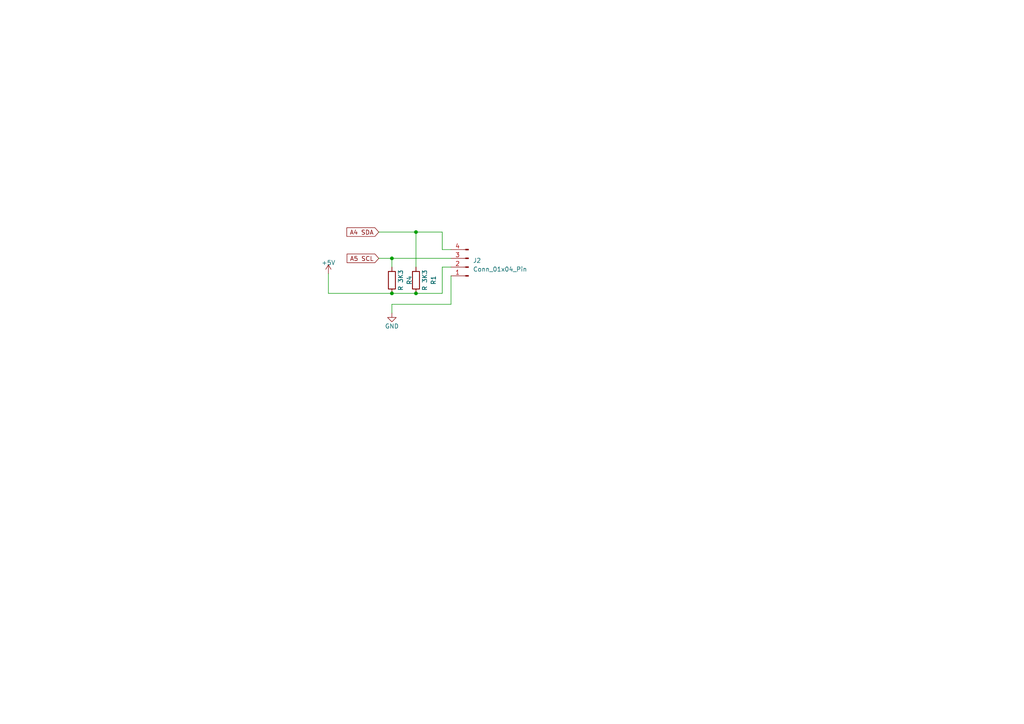
<source format=kicad_sch>
(kicad_sch (version 20230121) (generator eeschema)
  (paper "A4")
  (lib_symbols
    (symbol "Connector:Conn_01x04_Pin" (pin_names (offset 1.016) hide)
      (property "Reference" "J" (at 0 5.08 0))
      (property "Value" "Conn_01x04_Pin" (at 0 -7.62 0))
      (symbol "Conn_01x04_Pin_1_1"
        (polyline (pts (xy 1.27 -5.08) (xy 0.8636 -5.08)) (stroke (width 0.1524)))
        (polyline (pts (xy 1.27 -2.54) (xy 0.8636 -2.54)) (stroke (width 0.1524)))
        (polyline (pts (xy 1.27 0) (xy 0.8636 0)) (stroke (width 0.1524)))
        (polyline (pts (xy 1.27 2.54) (xy 0.8636 2.54)) (stroke (width 0.1524)))
        (rectangle (start 0.8636 -4.953) (end 0 -5.207) (stroke (width 0.1524)) (fill (type outline)))
        (rectangle (start 0.8636 -2.413) (end 0 -2.667) (stroke (width 0.1524)) (fill (type outline)))
        (rectangle (start 0.8636 0.127) (end 0 -0.127) (stroke (width 0.1524)) (fill (type outline)))
        (rectangle (start 0.8636 2.667) (end 0 2.413) (stroke (width 0.1524)) (fill (type outline)))
        (pin passive line (at 5.08 2.54 180) (length 3.81) (name "Pin_1") (number "1"))
        (pin passive line (at 5.08 0 180) (length 3.81) (name "Pin_2") (number "2"))
        (pin passive line (at 5.08 -2.54 180) (length 3.81) (name "Pin_3") (number "3"))
        (pin passive line (at 5.08 -5.08 180) (length 3.81) (name "Pin_4") (number "4"))
      )
    )
    (symbol "Device:R" (pin_numbers hide) (pin_names (offset 0))
      (property "Reference" "R" (at 2.032 0 90))
      (property "Value" "R" (at 0 0 90))
      (symbol "R_0_1"
        (rectangle (start -1.016 -2.54) (end 1.016 2.54) (stroke (width 0.254)))
      )
      (symbol "R_1_1"
        (pin passive line (at 0 3.81 270) (length 1.27) (name "~") (number "1"))
        (pin passive line (at 0 -3.81 90) (length 1.27) (name "~") (number "2"))
      )
    )
    (symbol "power:+5V" (power) (pin_names (offset 0))
      (property "Value" "+5V" (at 0 3.556 0))
      (symbol "+5V_0_1"
        (polyline (pts (xy -0.762 1.27) (xy 0 2.54)))
        (polyline (pts (xy 0 0) (xy 0 2.54)))
        (polyline (pts (xy 0 2.54) (xy 0.762 1.27)))
      )
      (symbol "+5V_1_1"
        (pin power_in line (at 0 0 90) (length 0) hide (name "+5V") (number "1"))
      )
    )
    (symbol "power:GND" (power) (pin_names (offset 0))
      (property "Value" "GND" (at 0 -3.81 0))
      (symbol "GND_0_1"
        (polyline (pts (xy 0 0) (xy 0 -1.27) (xy 1.27 -1.27) (xy 0 -2.54) (xy -1.27 -1.27) (xy 0 -1.27)))
      )
      (symbol "GND_1_1"
        (pin power_in line (at 0 0 270) (length 0) hide (name "GND") (number "1"))
      )
    )
  )
  (junction (at 113.665 74.93))
  (junction (at 120.65 67.31))
  (junction (at 113.665 85.09))
  (junction (at 120.65 85.09))
  (wire (pts (xy 120.65 67.31) (xy 109.855 67.31)))
  (wire (pts (xy 130.81 72.39) (xy 128.27 72.39)))
  (wire (pts (xy 130.81 88.265) (xy 113.665 88.265)))
  (wire (pts (xy 130.81 80.01) (xy 130.81 88.265)))
  (wire (pts (xy 113.665 74.93) (xy 109.855 74.93)))
  (wire (pts (xy 128.27 72.39) (xy 128.27 67.31)))
  (wire (pts (xy 130.81 77.47) (xy 128.27 77.47)))
  (wire (pts (xy 120.65 77.47) (xy 120.65 67.31)))
  (wire (pts (xy 128.27 85.09) (xy 120.65 85.09)))
  (wire (pts (xy 113.665 77.47) (xy 113.665 74.93)))
  (wire (pts (xy 95.25 85.09) (xy 113.665 85.09)))
  (wire (pts (xy 95.25 79.375) (xy 95.25 85.09)))
  (wire (pts (xy 128.27 77.47) (xy 128.27 85.09)))
  (wire (pts (xy 130.81 74.93) (xy 113.665 74.93)))
  (wire (pts (xy 120.65 85.09) (xy 113.665 85.09)))
  (wire (pts (xy 113.665 88.265) (xy 113.665 90.805)))
  (wire (pts (xy 128.27 67.31) (xy 120.65 67.31)))
  (global_label "A4 SDA" (shape input) (at 109.855 67.31 180) (property "Intersheetrefs" "${INTERSHEET_REFS}" (effects hide)))
  (global_label "A5 SCL" (shape input) (at 109.855 74.93 180) (property "Intersheetrefs" "${INTERSHEET_REFS}" (effects hide)))
  (symbol (lib_id "power:+5V") (at 95.25 79.375 0) (unit 1)
    (property "Reference" "#PWR01" (effects hide))
    (property "Value" "+5V" (at 95.25 76.2 0))
    (instances (project "main" (path "" (reference "#PWR01") (unit 1)) (path "" (reference "#PWR011") (unit 1))))
  )
  (symbol (lib_id "Device:R") (at 113.665 81.28 0) (unit 1)
    (property "Reference" "R4" (at 118.745 81.28 90))
    (property "Value" "R 3K3" (at 116.205 81.28 90))
    (property "Footprint" "Resistor_SMD:R_0805_2012Metric" (effects hide))
    (property "LCSC" "C26010" (effects hide))
    (instances (project "main" (path "" (reference "R4") (unit 1)) (path "" (reference "R19") (unit 1))))
  )
  (symbol (lib_id "Device:R") (at 120.65 81.28 0) (unit 1)
    (property "Reference" "R1" (at 125.73 81.28 90))
    (property "Value" "R 3K3" (at 123.19 81.28 90))
    (property "Footprint" "Resistor_SMD:R_0805_2012Metric" (effects hide))
    (property "LCSC" "C26010" (effects hide))
    (instances (project "main" (path "" (reference "R1") (unit 1)) (path "" (reference "R20") (unit 1))))
  )
  (symbol (lib_id "Connector:Conn_01x04_Pin") (at 135.89 77.47 180) (unit 1)
    (property "Reference" "J2" (at 137.16 75.565 0) (effects (justify right)))
    (property "Value" "Conn_01x04_Pin" (at 137.16 78.105 0) (effects (justify right)))
    (property "Footprint" "Display:128x64OLED" (effects hide))
    (instances (project "main" (path "" (reference "J2") (unit 1)) (path "" (reference "J11") (unit 1))))
  )
  (symbol (lib_id "power:GND") (at 113.665 90.805 0) (unit 1)
    (property "Reference" "#PWR03" (effects hide))
    (property "Value" "GND" (at 113.665 94.615 0))
    (instances (project "main" (path "" (reference "#PWR03") (unit 1)) (path "" (reference "#PWR0150") (unit 1))))
  )
)
</source>
